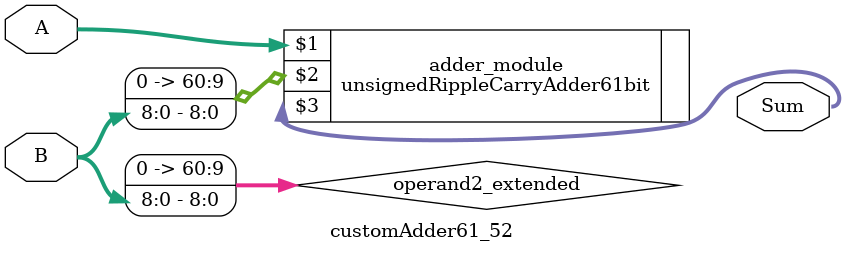
<source format=v>
module customAdder61_52(
                        input [60 : 0] A,
                        input [8 : 0] B,
                        
                        output [61 : 0] Sum
                );

        wire [60 : 0] operand2_extended;
        
        assign operand2_extended =  {52'b0, B};
        
        unsignedRippleCarryAdder61bit adder_module(
            A,
            operand2_extended,
            Sum
        );
        
        endmodule
        
</source>
